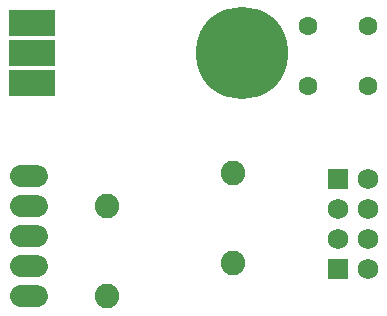
<source format=gts>
G04 ---------------------------- Layer name :TOP SOLDER LAYER*
G04 easyEDA 0.1*
G04 Scale: 100 percent, Rotated: No, Reflected: No *
G04 Dimensions in inches *
G04 leading zeros omitted , absolute positions ,2 integer and 4 * 
%FSLAX24Y24*%
%MOIN*%
G90*
G70D02*

%ADD11C,0.074000*%
%ADD12R,0.152000X0.088000*%
%ADD13C,0.308000*%
%ADD15C,0.063000*%
%ADD17C,0.082000*%
%ADD19R,0.068000X0.068000*%
%ADD20C,0.068000*%

%LPD*%
%LNVIA PAD TRACK COPPERAREA*%
G54D11*
G01X2469Y15800D02*
G01X1930Y15800D01*
G01X2469Y16800D02*
G01X1930Y16800D01*
G01X2469Y17800D02*
G01X1930Y17800D01*
G01X2469Y14800D02*
G01X1930Y14800D01*
G01X2469Y13800D02*
G01X1930Y13800D01*
G54D12*
G01X2300Y22900D03*
G01X2300Y21900D03*
G01X2300Y20900D03*
G54D13*
G01X9300Y21900D03*
G54D15*
G01X11500Y20800D03*
G01X13500Y20800D03*
G01X13500Y22800D03*
G01X11500Y22800D03*
G54D17*
G01X9000Y17900D03*
G01X9000Y14900D03*
G01X4800Y16800D03*
G01X4800Y13800D03*
G54D19*
G01X12500Y14700D03*
G54D20*
G01X13500Y14700D03*
G01X12500Y15700D03*
G01X13500Y15700D03*
G01X12500Y16700D03*
G01X13500Y16700D03*
G54D19*
G01X12500Y17700D03*
G54D20*
G01X13500Y17700D03*

M00*
M02*
</source>
